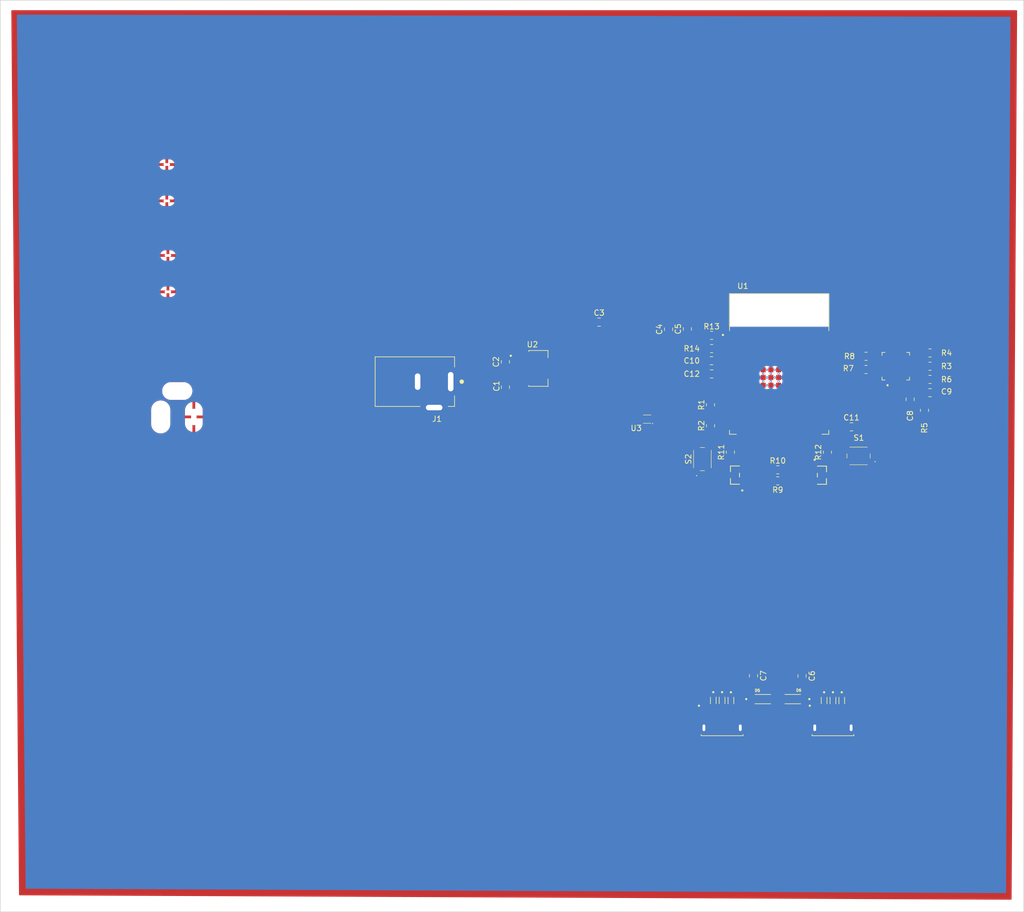
<source format=kicad_pcb>
(kicad_pcb (version 20221018) (generator pcbnew)
  (layers (0 "F.Cu" signal) (31 "B.Cu" signal) (34 "B.Paste" user) (35 "F.Paste" user) (36 "B.SilkS" user "B.Silkscreen") (37 "F.SilkS" user "F.Silkscreen") (38 "B.Mask" user) (39 "F.Mask" user) (44 "Edge.Cuts" user))
  (net 0 "")
  (net 1 "+12V")
  (net 2 "GND")
  (net 3 "+3.3V")
  (net 4 "Net-(C6-Pad1)")
  (net 5 "Net-(C7-Pad1)")
  (net 6 "Net-(U4-VBUS)")
  (net 7 "CHIP_PU")
  (net 8 "IO0")
  (net 9 "USB_DP")
  (net 10 "USB_DN")
  (net 11 "IO20")
  (net 12 "IO19")
  (net 13 "VBUS")
  (net 17 "Net-(U1-IO8)")
  (net 18 "Net-(U1-IO9)")
  (net 19 "Net-(U4-~{RST})")
  (net 20 "Net-(U4-~{SUSPEND})")
  (net 21 "Net-(U4-TXD)")
  (net 22 "U0RXD")
  (net 23 "Net-(U4-RXD)")
  (net 24 "U0TXD")
  (net 25 "DTR")
  (net 26 "Net-(U5-BASE)")
  (net 27 "RTS")
  (net 28 "Net-(U6-BASE)")
  (net 29 "Net-(U5-COLLECTOR)")
  (net 30 "Net-(U6-COLLECTOR)")
  (net 31 "ESP_3V3")
  (footprint "Resistor_SMD:R_0805_2012Metric_Pad1.20x1.40mm_HandSolder" (layer "F.Cu") (at 143 59.6 180)
    (fp_text reference "R7" (at 3.2 0.2) (layer "F.SilkS"))
    (fp_text value "0" hide)
    (fp_line (start -0.227064 -0.735) (end 0.227064 -0.735) (stroke (width 0.12)) (layer "F.SilkS"))
    (fp_line (start -0.227064 0.735) (end 0.227064 0.735) (stroke (width 0.12)) (layer "F.SilkS"))
    (pad "1" smd roundrect (at -1 0 180) (size 1.2 1.4) (layers "F.Cu" "F.Paste" "F.Mask") (roundrect_rratio 0.208333) (net 21 "Net-(U4-TXD)"))
    (pad "2" smd roundrect (at 1 0 180) (size 1.2 1.4) (layers "F.Cu" "F.Paste" "F.Mask") (roundrect_rratio 0.208333) (net 22 "U0RXD"))
  )
  (footprint "ECE445:SOT-23_ONS" (layer "F.Cu") (at 119.2348 78.7525 90)
    (fp_text reference "U5" hide)
    (fp_text value "L8050QLT1G" hide)
    (fp_line (start -1.651 -0.8255) (end -1.651 0.8255) (stroke (width 0.1524)) (layer "F.SilkS"))
    (fp_line (start -0.61214 -0.8255) (end -1.651 -0.8255) (stroke (width 0.1524)) (layer "F.SilkS"))
    (fp_line (start -0.34036 0.8255) (end 0.34036 0.8255) (stroke (width 0.1524)) (layer "F.SilkS"))
    (fp_line (start 1.651 -0.8255) (end 0.61214 -0.8255) (stroke (width 0.1524)) (layer "F.SilkS"))
    (fp_line (start 1.651 0.8255) (end 1.651 -0.8255) (stroke (width 0.1524)) (layer "F.SilkS"))
    (fp_circle (center -2.794 1.3208) (end -2.667 1.3208) (stroke (width 0.1524)) (fill none) (layer "F.SilkS"))
    (pad "1" smd rect (at -0.9525 0.9652 90) (size 0.5588 1.4224) (layers "F.Cu" "F.Paste" "F.Mask") (net 26 "Net-(U5-BASE)"))
    (pad "2" smd rect (at 0.9525 0.9652 90) (size 0.5588 1.4224) (layers "F.Cu" "F.Paste" "F.Mask") (net 27 "RTS"))
    (pad "3" smd rect (at 0 -0.9652 90) (size 0.5588 1.4224) (layers "F.Cu" "F.Paste" "F.Mask") (net 29 "Net-(U5-COLLECTOR)"))
  )
  (footprint "Capacitor_SMD:C_0805_2012Metric_Pad1.18x1.45mm_HandSolder" (layer "F.Cu") (at 151 65 -90)
    (fp_text reference "C8" (at 3 0 90) (layer "F.SilkS"))
    (fp_text value "10uF" hide)
    (fp_line (start -0.261252 -0.735) (end 0.261252 -0.735) (stroke (width 0.12)) (layer "F.SilkS"))
    (fp_line (start -0.261252 0.735) (end 0.261252 0.735) (stroke (width 0.12)) (layer "F.SilkS"))
    (pad "1" smd roundrect (at -1.0375 0 270) (size 1.175 1.45) (layers "F.Cu" "F.Paste" "F.Mask") (roundrect_rratio 0.212766) (net 3 "+3.3V"))
    (pad "2" smd roundrect (at 1.0375 0 270) (size 1.175 1.45) (layers "F.Cu" "F.Paste" "F.Mask") (roundrect_rratio 0.212766) (net 2 "GND"))
  )
  (footprint "Resistor_SMD:R_0805_2012Metric_Pad1.20x1.40mm_HandSolder" (layer "F.Cu") (at 154.6 61.4 180)
    (fp_text reference "R6" (at -3 0) (layer "F.SilkS"))
    (fp_text value "47500" hide)
    (fp_line (start -0.227064 -0.735) (end 0.227064 -0.735) (stroke (width 0.12)) (layer "F.SilkS"))
    (fp_line (start -0.227064 0.735) (end 0.227064 0.735) (stroke (width 0.12)) (layer "F.SilkS"))
    (pad "1" smd roundrect (at -1 0 180) (size 1.2 1.4) (layers "F.Cu" "F.Paste" "F.Mask") (roundrect_rratio 0.208333) (net 2 "GND"))
    (pad "2" smd roundrect (at 1 0 180) (size 1.2 1.4) (layers "F.Cu" "F.Paste" "F.Mask") (roundrect_rratio 0.208333) (net 6 "Net-(U4-VBUS)"))
  )
  (footprint "ECE445:SOT-23_ONS" (layer "F.Cu") (at 135 78.7715 -90)
    (fp_text reference "U6" hide)
    (fp_text value "L8050QLT1G" hide)
    (fp_line (start -1.651 -0.8255) (end -1.651 0.8255) (stroke (width 0.1524)) (layer "F.SilkS"))
    (fp_line (start -0.61214 -0.8255) (end -1.651 -0.8255) (stroke (width 0.1524)) (layer "F.SilkS"))
    (fp_line (start -0.34036 0.8255) (end 0.34036 0.8255) (stroke (width 0.1524)) (layer "F.SilkS"))
    (fp_line (start 1.651 -0.8255) (end 0.61214 -0.8255) (stroke (width 0.1524)) (layer "F.SilkS"))
    (fp_line (start 1.651 0.8255) (end 1.651 -0.8255) (stroke (width 0.1524)) (layer "F.SilkS"))
    (fp_circle (center -2.794 1.3208) (end -2.667 1.3208) (stroke (width 0.1524)) (fill none) (layer "F.SilkS"))
    (pad "1" smd rect (at -0.9525 0.9652 270) (size 0.5588 1.4224) (layers "F.Cu" "F.Paste" "F.Mask") (net 28 "Net-(U6-BASE)"))
    (pad "2" smd rect (at 0.9525 0.9652 270) (size 0.5588 1.4224) (layers "F.Cu" "F.Paste" "F.Mask") (net 25 "DTR"))
    (pad "3" smd rect (at 0 -0.9652 270) (size 0.5588 1.4224) (layers "F.Cu" "F.Paste" "F.Mask") (net 30 "Net-(U6-COLLECTOR)"))
  )
  (footprint "Resistor_SMD:R_0805_2012Metric_Pad1.20x1.40mm_HandSolder" (layer "F.Cu") (at 115 53.4 180)
    (fp_text reference "R13" (at 0 1.6) (layer "F.SilkS"))
    (fp_text value "0")
    (fp_line (start -0.227064 -0.735) (end 0.227064 -0.735) (stroke (width 0.12)) (layer "F.SilkS"))
    (fp_line (start -0.227064 0.735) (end 0.227064 0.735) (stroke (width 0.12)) (layer "F.SilkS"))
    (pad "1" smd roundrect (at -1 0 180) (size 1.2 1.4) (layers "F.Cu" "F.Paste" "F.Mask") (roundrect_rratio 0.208333) (net 31 "ESP_3V3"))
    (pad "2" smd roundrect (at 1 0 180) (size 1.2 1.4) (layers "F.Cu" "F.Paste" "F.Mask") (roundrect_rratio 0.208333) (net 3 "+3.3V"))
  )
  (footprint "ECE445:PTS815 SJG 250 SMTR LFS" (layer "F.Cu") (at 141.65 75.275 180)
    (fp_text reference "S1" (at -0.05 3.275) (layer "F.SilkS"))
    (fp_text value "PTS815_SJG_250_SMTR_LFS" hide)
    (fp_line (start -2.1 -0.4) (end -2.1 0.4) (stroke (width 0.1)) (layer "F.SilkS"))
    (fp_line (start -1.6 -1.6) (end 1.6 -1.6) (stroke (width 0.1)) (layer "F.SilkS"))
    (fp_line (start 1.6 1.6) (end -1.6 1.6) (stroke (width 0.1)) (layer "F.SilkS"))
    (fp_line (start 2.1 -0.4) (end 2.1 0.4) (stroke (width 0.1)) (layer "F.SilkS"))
    (fp_arc (start -3 -1.1) (mid -2.95 -1.05) (end -3 -1) (stroke (width 0.1)) (layer "F.SilkS"))
    (fp_arc (start -3 -1) (mid -3.05 -1.05) (end -3 -1.1) (stroke (width 0.1)) (layer "F.SilkS"))
    (pad "1" smd rect (at -2.25 -1.075 180) (size 1 0.7) (layers "F.Cu" "F.Paste" "F.Mask") (net 2 "GND"))
    (pad "2" smd rect (at 2.25 -1.075 180) (size 1 0.7) (layers "F.Cu" "F.Paste" "F.Mask"))
    (pad "3" smd rect (at -2.25 1.075 180) (size 1 0.7) (layers "F.Cu" "F.Paste" "F.Mask"))
    (pad "4" smd rect (at 2.25 1.075 180) (size 1 0.7) (layers "F.Cu" "F.Paste" "F.Mask") (net 8 "IO0"))
  )
  (footprint "Capacitor_SMD:C_0805_2012Metric_Pad1.18x1.45mm_HandSolder" (layer "F.Cu") (at 77.6 62.8 -90)
    (fp_text reference "C1" (at -0.2 1.6 90) (layer "F.SilkS"))
    (fp_text value "1uF" hide)
    (fp_line (start -0.261252 -0.735) (end 0.261252 -0.735) (stroke (width 0.12)) (layer "F.SilkS"))
    (fp_line (start -0.261252 0.735) (end 0.261252 0.735) (stroke (width 0.12)) (layer "F.SilkS"))
    (pad "1" smd roundrect (at -1.0375 0 270) (size 1.175 1.45) (layers "F.Cu" "F.Paste" "F.Mask") (roundrect_rratio 0.212766) (net 1 "+12V"))
    (pad "2" smd roundrect (at 1.0375 0 270) (size 1.175 1.45) (layers "F.Cu" "F.Paste" "F.Mask") (roundrect_rratio 0.212766) (net 2 "GND"))
  )
  (footprint "Resistor_SMD:R_0805_2012Metric_Pad1.20x1.40mm_HandSolder" (layer "F.Cu") (at 114.8 66 90)
    (fp_text reference "R1" (at 0 -1.65 90) (layer "F.SilkS"))
    (fp_text value "10000")
    (fp_line (start -0.227064 -0.735) (end 0.227064 -0.735) (stroke (width 0.12)) (layer "F.SilkS"))
    (fp_line (start -0.227064 0.735) (end 0.227064 0.735) (stroke (width 0.12)) (layer "F.SilkS"))
    (pad "1" smd roundrect (at -1 0 90) (size 1.2 1.4) (layers "F.Cu" "F.Paste" "F.Mask") (roundrect_rratio 0.208333) (net 17 "Net-(U1-IO8)"))
    (pad "2" smd roundrect (at 1 0 90) (size 1.2 1.4) (layers "F.Cu" "F.Paste" "F.Mask") (roundrect_rratio 0.208333) (net 3 "+3.3V"))
  )
  (footprint "ECE445:LDL1117S33R-SnapEDA" (layer "F.Cu") (at 83.585 59.4)
    (fp_text reference "U2" (at -1.08 -4.335) (layer "F.SilkS"))
    (fp_text value "LDL1117S33R-SnapEDA")
    (fp_line (start -1.75 -3.25) (end -1.75 -3.085) (stroke (width 0.127)) (layer "F.SilkS"))
    (fp_line (start -1.75 3.25) (end -1.75 3.085) (stroke (width 0.127)) (layer "F.SilkS"))
    (fp_line (start -1.75 3.25) (end 1.75 3.25) (stroke (width 0.127)) (layer "F.SilkS"))
    (fp_line (start 1.75 -3.25) (end -1.75 -3.25) (stroke (width 0.127)) (layer "F.SilkS"))
    (fp_line (start 1.75 -1.935) (end 1.75 -3.25) (stroke (width 0.127)) (layer "F.SilkS"))
    (fp_line (start 1.75 3.25) (end 1.75 1.935) (stroke (width 0.127)) (layer "F.SilkS"))
    (fp_circle (center -5.005 -2.3) (end -4.905 -2.3) (stroke (width 0.2)) (fill none) (layer "F.SilkS"))
    (pad "1" smd roundrect (at -3.015 -2.3) (size 1.98 0.93) (layers "F.Cu" "F.Paste" "F.Mask") (roundrect_rratio 0.12) (net 2 "GND"))
    (pad "2" smd roundrect (at -3.015 0) (size 1.98 0.93) (layers "F.Cu" "F.Paste" "F.Mask") (roundrect_rratio 0.12) (net 3 "+3.3V"))
    (pad "3" smd roundrect (at -3.015 2.3) (size 1.98 0.93) (layers "F.Cu" "F.Paste" "F.Mask") (roundrect_rratio 0.12) (net 1 "+12V"))
    (pad "4" smd roundrect (at 3.015 0) (size 1.98 3.23) (layers "F.Cu" "F.Paste" "F.Mask") (roundrect_rratio 0.4) (net 3 "+3.3V"))
  )
  (footprint "Capacitor_SMD:C_0805_2012Metric_Pad1.18x1.45mm_HandSolder" (layer "F.Cu") (at 114.9625 58 180)
    (fp_text reference "C10" (at 3.5625 0) (layer "F.SilkS"))
    (fp_text value "1uF")
    (fp_line (start -0.261252 -0.735) (end 0.261252 -0.735) (stroke (width 0.12)) (layer "F.SilkS"))
    (fp_line (start -0.261252 0.735) (end 0.261252 0.735) (stroke (width 0.12)) (layer "F.SilkS"))
    (pad "1" smd roundrect (at -1.0375 0 180) (size 1.175 1.45) (layers "F.Cu" "F.Paste" "F.Mask") (roundrect_rratio 0.212766) (net 7 "CHIP_PU"))
    (pad "2" smd roundrect (at 1.0375 0 180) (size 1.175 1.45) (layers "F.Cu" "F.Paste" "F.Mask") (roundrect_rratio 0.212766) (net 2 "GND"))
  )
  (footprint "Capacitor_SMD:C_0805_2012Metric_Pad1.18x1.45mm_HandSolder" (layer "F.Cu") (at 77.6 58.2 90)
    (fp_text reference "C2" (at 0 -1.68 90) (layer "F.SilkS"))
    (fp_text value "4.7uF" hide)
    (fp_line (start -0.261252 -0.735) (end 0.261252 -0.735) (stroke (width 0.12)) (layer "F.SilkS"))
    (fp_line (start -0.261252 0.735) (end 0.261252 0.735) (stroke (width 0.12)) (layer "F.SilkS"))
    (pad "1" smd roundrect (at -1.0375 0 90) (size 1.175 1.45) (layers "F.Cu" "F.Paste" "F.Mask") (roundrect_rratio 0.212766) (net 3 "+3.3V"))
    (pad "2" smd roundrect (at 1.0375 0 90) (size 1.175 1.45) (layers "F.Cu" "F.Paste" "F.Mask") (roundrect_rratio 0.212766) (net 2 "GND"))
  )
  (footprint "ECE445:LESD5D5_0CT1G" (layer "F.Cu") (at 138.6 119.66 -90)
    (fp_text reference "D1" hide)
    (fp_text value "LESD5D5.0CT1G" hide)
    (fp_line (start -0.6 -0.52) (end 0.6 -0.52) (stroke (width 0.127)) (layer "F.SilkS"))
    (fp_line (start 0.6 0.52) (end -0.6 0.52) (stroke (width 0.127)) (layer "F.SilkS"))
    (fp_circle (center -1.5 0) (end -1.4 0) (stroke (width 0.2)) (fill none) (layer "F.SilkS"))
    (pad "1" smd rect (at -0.66 0 270) (size 0.48 0.4) (layers "F.Cu" "F.Paste" "F.Mask") (net 2 "GND"))
    (pad "2" smd rect (at 0.66 0 270) (size 0.48 0.4) (layers "F.Cu" "F.Paste" "F.Mask") (net 9 "USB_DP"))
  )
  (footprint "Resistor_SMD:R_0805_2012Metric_Pad1.20x1.40mm_HandSolder" (layer "F.Cu") (at 154.6 59 180)
    (fp_text reference "R3" (at -3 0) (layer "F.SilkS"))
    (fp_text value "1000" hide)
    (fp_line (start -0.227064 -0.735) (end 0.227064 -0.735) (stroke (width 0.12)) (layer "F.SilkS"))
    (fp_line (start -0.227064 0.735) (end 0.227064 0.735) (stroke (width 0.12)) (layer "F.SilkS"))
    (pad "1" smd roundrect (at -1 0 180) (size 1.2 1.4) (layers "F.Cu" "F.Paste" "F.Mask") (roundrect_rratio 0.208333) (net 3 "+3.3V"))
    (pad "2" smd roundrect (at 1 0 180) (size 1.2 1.4) (layers "F.Cu" "F.Paste" "F.Mask") (roundrect_rratio 0.208333) (net 19 "Net-(U4-~{RST})"))
  )
  (footprint "ECE445:PTS815 SJG 250 SMTR LFS" (layer "F.Cu") (at 113.325 75.85 90)
    (fp_text reference "S2" (at 0 -2.54 90) (layer "F.SilkS"))
    (fp_text value "PTS815_SJG_250_SMTR_LFS" hide)
    (fp_line (start -2.1 -0.4) (end -2.1 0.4) (stroke (width 0.1)) (layer "F.SilkS"))
    (fp_line (start -1.6 -1.6) (end 1.6 -1.6) (stroke (width 0.1)) (layer "F.SilkS"))
    (fp_line (start 1.6 1.6) (end -1.6 1.6) (stroke (width 0.1)) (layer "F.SilkS"))
    (fp_line (start 2.1 -0.4) (end 2.1 0.4) (stroke (width 0.1)) (layer "F.SilkS"))
    (fp_arc (start -3 -1.1) (mid -2.95 -1.05) (end -3 -1) (stroke (width 0.1)) (layer "F.SilkS"))
    (fp_arc (start -3 -1) (mid -3.05 -1.05) (end -3 -1.1) (stroke (width 0.1)) (layer "F.SilkS"))
    (pad "1" smd rect (at -2.25 -1.075 90) (size 1 0.7) (layers "F.Cu" "F.Paste" "F.Mask") (net 2 "GND"))
    (pad "2" smd rect (at 2.25 -1.075 90) (size 1 0.7) (layers "F.Cu" "F.Paste" "F.Mask"))
    (pad "3" smd rect (at -2.25 1.075 90) (size 1 0.7) (layers "F.Cu" "F.Paste" "F.Mask"))
    (pad "4" smd rect (at 2.25 1.075 90) (size 1 0.7) (layers "F.Cu" "F.Paste" "F.Mask") (net 7 "CHIP_PU"))
  )
  (footprint "ECE445:ESP32-S3-WROOM-1-N8-SnapEDA" (layer "F.Cu") (at 127.25 58.59)
    (fp_text reference "U1" (at -6.575 -14.135) (layer "F.SilkS"))
    (fp_text value "ESP32-S3-WROOM-1-N8" hide)
    (fp_line (start -9 -12.75) (end 9 -12.75) (stroke (width 0.127)) (layer "F.SilkS"))
    (fp_line (start -9 -6.03) (end -9 -12.75) (stroke (width 0.127)) (layer "F.SilkS"))
    (fp_line (start -9 12.02) (end -9 12.75) (stroke (width 0.127)) (layer "F.SilkS"))
    (fp_line (start -9 12.75) (end -7.755 12.75) (stroke (width 0.127)) (layer "F.SilkS"))
    (fp_line (start 9 -12.75) (end 9 -6.03) (stroke (width 0.127)) (layer "F.SilkS"))
    (fp_line (start 9 12.02) (end 9 12.75) (stroke (width 0.127)) (layer "F.SilkS"))
    (fp_line (start 9 12.75) (end 7.755 12.75) (stroke (width 0.127)) (layer "F.SilkS"))
    (fp_circle (center -10.2 -5.26) (end -10.1 -5.26) (stroke (width 0.2)) (fill none) (layer "F.SilkS"))
    (pad "1" smd rect (at -8.75 -5.26) (size 1.5 0.9) (layers "F.Cu" "F.Paste" "F.Mask") (net 2 "GND"))
    (pad "2" smd rect (at -8.75 -3.99) (size 1.5 0.9) (layers "F.Cu" "F.Paste" "F.Mask") (net 31 "ESP_3V3"))
    (pad "3" smd rect (at -8.75 -2.72) (size 1.5 0.9) (layers "F.Cu" "F.Paste" "F.Mask") (net 7 "CHIP_PU"))
    (pad "4" smd rect (at -8.75 -1.45) (size 1.5 0.9) (layers "F.Cu" "F.Paste" "F.Mask"))
    (pad "5" smd rect (at -8.75 -0.18) (size 1.5 0.9) (layers "F.Cu" "F.Paste" "F.Mask"))
    (pad "6" smd rect (at -8.75 1.09) (size 1.5 0.9) (layers "F.Cu" "F.Paste" "F.Mask"))
    (pad "7" smd rect (at -8.75 2.36) (size 1.5 0.9) (layers "F.Cu" "F.Paste" "F.Mask"))
    (pad "8" smd rect (at -8.75 3.63) (size 1.5 0.9) (layers "F.Cu" "F.Paste" "F.Mask"))
    (pad "9" smd rect (at -8.75 4.9) (size 1.5 0.9) (layers "F.Cu" "F.Paste" "F.Mask"))
    (pad "10" smd rect (at -8.75 6.17) (size 1.5 0.9) (layers "F.Cu" "F.Paste" "F.Mask"))
    (pad "11" smd rect (at -8.75 7.44) (size 1.5 0.9) (layers "F.Cu" "F.Paste" "F.Mask"))
    (pad "12" smd rect (at -8.75 8.71) (size 1.5 0.9) (layers "F.Cu" "F.Paste" "F.Mask") (net 17 "Net-(U1-IO8)"))
    (pad "13" smd rect (at -8.75 9.98) (size 1.5 0.9) (layers "F.Cu" "F.Paste" "F.Mask") (net 12 "IO19"))
    (pad "14" smd rect (at -8.75 11.25) (size 1.5 0.9) (layers "F.Cu" "F.Paste" "F.Mask") (net 11 "IO20"))
    (pad "15" smd rect (at -6.985 12.5) (size 0.9 1.5) (layers "F.Cu" "F.Paste" "F.Mask"))
    (pad "16" smd rect (at -5.715 12.5) (size 0.9 1.5) (layers "F.Cu" "F.Paste" "F.Mask"))
    (pad "17" smd rect (at -4.445 12.5) (size 0.9 1.5) (layers "F.Cu" "F.Paste" "F.Mask") (net 18 "Net-(U1-IO9)"))
    (pad "18" smd rect (at -3.175 12.5) (size 0.9 1.5) (layers "F.Cu" "F.Paste" "F.Mask"))
    (pad "19" smd rect (at -1.905 12.5) (size 0.9 1.5) (layers "F.Cu" "F.Paste" "F.Mask"))
    (pad "20" smd rect (at -0.635 12.5) (size 0.9 1.5) (layers "F.Cu" "F.Paste" "F.Mask"))
    (pad "21" smd rect (at 0.635 12.5) (size 0.9 1.5) (layers "F.Cu" "F.Paste" "F.Mask"))
    (pad "22" smd rect (at 1.905 12.5) (size 0.9 1.5) (layers "F.Cu" "F.Paste" "F.Mask"))
    (pad "23" smd rect (at 3.175 12.5) (size 0.9 1.5) (layers "F.Cu" "F.Paste" "F.Mask"))
    (pad "24" smd rect (at 4.445 12.5) (size 0.9 1.5) (layers "F.Cu" "F.Paste" "F.Mask"))
    (pad "25" smd rect (at 5.715 12.5) (size 0.9 1.5) (layers "F.Cu" "F.Paste" "F.Mask"))
    (pad "26" smd rect (at 6.985 12.5) (size 0.9 1.5) (layers "F.Cu" "F.Paste" "F.Mask"))
    (pad "27" smd rect (at 8.75 11.25) (size 1.5 0.9) (layers "F.Cu" "F.Paste" "F.Mask") (net 8 "IO0"))
    (pad "28" smd rect (at 8.75 9.98) (size 1.5 0.9) (layers "F.Cu" "F.Paste" "F.Mask"))
    (pad "29" smd rect (at 8.75 8.71) (size 1.5 0.9) (layers "F.Cu" "F.Paste" "F.Mask"))
    (pad "30" smd rect (at 8.75 7.44) (size 1.5 0.9) (layers "F.Cu" "F.Paste" "F.Mask"))
    (pad "31" smd rect (at 8.75 6.17) (size 1.5 0.9) (layers "F.Cu" "F.Paste" "F.Mask"))
    (pad "32" smd rect (at 8.75 4.9) (size 1.5 0.9) (layers "F.Cu" "F.Paste" "F.Mask"))
    (pad "33" smd rect (at 8.75 3.63) (size 1.5 0.9) (layers "F.Cu" "F.Paste" "F.Mask"))
    (pad "34" smd rect (at 8.75 2.36) (size 1.5 0.9) (layers "F.Cu" "F.Paste" "F.Mask"))
    (pad "35" smd rect (at 8.75 1.09) (size 1.5 0.9) (layers "F.Cu" "F.Paste" "F.Mask"))
    (pad "36" smd rect (at 8.75 -0.18) (size 1.5 0.9) (layers "F.Cu" "F.Paste" "F.Mask") (net 22 "U0RXD"))
    (pad "37" smd rect (at 8.75 -1.45) (size 1.5 0.9) (layers "F.Cu" "F.Paste" "F.Mask") (net 24 "U0TXD"))
    (pad "38" smd rect (at 8.75 -2.72) (size 1.5 0.9) (layers "F.Cu" "F.Paste" "F.Mask"))
    (pad "39" smd rect (at 8.75 -3.99) (size 1.5 0.9) (layers "F.Cu" "F.Paste" "F.Mask"))
    (pad "40" smd rect (at 8.75 -5.26) (size 1.5 0.9) (layers "F.Cu" "F.Paste" "F.Mask") (net 2 "GND"))
    (pad "41_1" smd rect (at -1.5 2.46) (size 0.9 0.9) (layers "F.Cu" "F.Paste" "F.Mask") (net 2 "GND"))
    (pad "41_2" smd rect (at -2.9 2.46) (size 0.9 0.9) (layers "F.Cu" "F.Paste" "F.Mask") (net 2 "GND"))
    (pad "41_3" smd rect (at -0.1 2.46) (size 0.9 0.9) (layers "F.Cu" "F.Paste" "F.Mask") (net 2 "GND"))
    (pad "41_4" smd rect (at -2.9 3.86) (size 0.9 0.9) (layers "F.Cu" "F.Paste" "F.Mask") (net 2 "GND"))
    (pad "41_5" smd rect (at -1.5 3.86) (size 0.9 0.9) (layers "F.Cu" "F.Paste" "F.Mask") (net 2 "GND"))
    (pad "41_6" smd rect (at -0.1 3.86) (size 0.9 0.9) (layers "F.Cu" "F.Paste" "F.Mask") (net 2 "GND"))
    (pad "41_7" smd rect (at -2.9 1.06) (size 0.9 0.9) (layers "F.Cu" "F.Paste" "F.Mask") (net 2 "GND"))
    (pad "41_8" smd rect (at -1.5 1.06) (size 0.9 0.9) (layers "F.Cu" "F.Paste" "F.Mask") (net 2 "GND"))
    (pad "41_9" smd rect (at -0.1 1.06) (size 0.9 0.9) (layers "F.Cu" "F.Paste" "F.Mask") (net 2 "GND"))
    (pad "41_10" thru_hole circle (at -1.5 1.76) (size 0.4 0.4) (drill 0.2) (layers "*.Cu"))
    (pad "41_11" thru_hole circle (at -2.9 1.76) (size 0.4 0.4) (drill 0.2) (layers "*.Cu"))
    (pad "41_12" thru_hole circle (at -0.1 1.76) (size 0.4 0.4) (drill 0.2) (layers "*.Cu"))
    (pad "41_13" thru_hole circle (at -2.9 3.16) (size 0.4 0.4) (drill 0.2) (layers "*.Cu"))
    (pad "41_14" thru_hole circle (at -1.5 3.16) (size 0.4 0.4) (drill 0.2) (layers "*.Cu"))
    (pad "41_15" thru_hole circle (at -0.1 3.16) (size 0.4 0.4) (drill 0.2) (layers "*.Cu"))
    (pad "41_16" thru_hole circle (at -2.2 1.06) (size 0.4 0.4) (drill 0.2) (layers "*.Cu"))
    (pad "41_17" thru_hole circle (at -0.8 1.06) (size 0.4 0.4) (drill 0.2) (layers "*.Cu"))
    (pad "41_18" thru_hole circle (at -2.2 2.46) (size 0.4 0.4) (drill 0.2) (layers "*.Cu"))
    (pad "41_19" thru_hole circle (at -0.8 2.46) (size 0.4 0.4) (drill 0.2) (layers "*.Cu"))
    (pad "41_20" thru_hole circle (at -2.2 3.86) (size 0.4 0.4) (drill 0.2) (layers "*.Cu"))
    (pad "41_21" thru_hole circle (at -0.8 3.86) (size 0.4 0.4) (drill 0.2) (layers "*.Cu"))
    (zone (net 0) (net_name "") (layer "F.Cu") (connect_pads (clearance 0)) (min_thickness 0.01)
      (keepout (tracks not_allowed) (vias not_allowed) (pads not_allowed) (copperpour not_allowed) (footprints allowed))
      (fill (thermal_gap 0.508) (thermal_bridge_width 0.508))
      (polygon (pts (xy 118.25 45.84) (xy 136.25 45.84) (xy 136.25 51.84) (xy 118.25 51.84)))
    )
    (zone (net 0) (net_name "") (layer "B.Cu") (connect_pads (clearance 0)) (min_thickness 0.01)
      (keepout (tracks not_allowed) (vias not_allowed) (pads not_allowed) (copperpour not_allowed) (footprints allowed))
      (fill (thermal_gap 0.508) (thermal_bridge_width 0.508))
      (polygon (pts (xy 118.25 45.84) (xy 136.25 45.84) (xy 136.25 51.84) (xy 118.25 51.84)))
    )
  )
  (footprint "Resistor_SMD:R_0805_2012Metric_Pad1.20x1.40mm_HandSolder" (layer "F.Cu") (at 127 77.8)
    (fp_text reference "R10" (at 0 -1.65) (layer "F.SilkS"))
    (fp_text value "10000" hide)
    (fp_line (start -0.227064 -0.735) (end 0.227064 -0.735) (stroke (width 0.12)) (layer "F.SilkS"))
    (fp_line (start -0.227064 0.735) (end 0.227064 0.735) (stroke (width 0.12)) (layer "F.SilkS"))
    (pad "1" smd roundrect (at -1 0) (size 1.2 1.4) (layers "F.Cu" "F.Paste" "F.Mask") (roundrect_rratio 0.208333) (net 27 "RTS"))
    (pad "2" smd roundrect (at 1 0) (size 1.2 1.4) (layers "F.Cu" "F.Paste" "F.Mask") (roundrect_rratio 0.208333) (net 28 "Net-(U6-BASE)"))
  )
  (footprint "Capacitor_SMD:C_0805_2012Metric_Pad1.18x1.45mm_HandSolder" (layer "F.Cu") (at 107.2 52.3 90)
    (fp_text reference "C4" (at 0 -1.68 90) (layer "F.SilkS"))
    (fp_text value "10uF")
    (fp_line (start -0.261252 -0.735) (end 0.261252 -0.735) (stroke (width 0.12)) (layer "F.SilkS"))
    (fp_line (start -0.261252 0.735) (end 0.261252 0.735) (stroke (width 0.12)) (layer "F.SilkS"))
    (pad "1" smd roundrect (at -1.0375 0 90) (size 1.175 1.45) (layers "F.Cu" "F.Paste" "F.Mask") (roundrect_rratio 0.212766) (net 3 "+3.3V"))
    (pad "2" smd roundrect (at 1.0375 0 90) (size 1.175 1.45) (layers "F.Cu" "F.Paste" "F.Mask") (roundrect_rratio 0.212766) (net 2 "GND"))
  )
  (footprint "ECE445:PJ-202AH" (layer "F.Cu") (at 61.185 61.8 180)
    (fp_text reference "J1" (at -4.01529 -6.76551) (layer "F.SilkS") (effects (font (size 1.000079 1.000079))))
    (fp_text value "PJ-202AH")
    (fp_line (start -7.2 -4.5) (end -6.05 -4.5) (stroke (width 0.127)) (layer "F.SilkS"))
    (fp_line (start -7.2 -2.55) (end -7.2 -4.5) (stroke (width 0.127)) (layer "F.SilkS"))
    (fp_line (start -7.2 4.5) (end -7.2 2.65) (stroke (width 0.127)) (layer "F.SilkS"))
    (fp_line (start -0.95 -4.5) (end 7.2 -4.5) (stroke (width 0.127)) (layer "F.SilkS"))
    (fp_line (start 7.2 -4.5) (end 7.2 4.5) (stroke (width 0.127)) (layer "F.SilkS"))
    (fp_line (start 7.2 4.5) (end -7.2 4.5) (stroke (width 0.127)) (layer "F.SilkS"))
    (fp_circle (center -8.5 0) (end -8.3 0) (stroke (width 0.4)) (fill none) (layer "F.SilkS"))
    (pad "1" thru_hole oval (at -6.5 0 180) (size 2.5 5) (drill oval 1 3.5) (layers "*.Cu" "*.Mask") (net 1 "+12V"))
    (pad "2" thru_hole oval (at -0.5 0 180) (size 2.25 4.5) (drill oval 1 3) (layers "*.Cu" "*.Mask") (net 2 "GND"))
    (pad "3" thru_hole oval (at -3.5 -4.7 180) (size 4.5 2.25) (drill oval 3 1) (layers "*.Cu" "*.Mask"))
  )
  (footprint "Resistor_SMD:R_0805_2012Metric_Pad1.20x1.40mm_HandSolder" (layer "F.Cu") (at 118.4 74.6 90)
    (fp_text reference "R11" (at 0 -1.65 90) (layer "F.SilkS"))
    (fp_text value "0" hide)
    (fp_line (start -0.227064 -0.735) (end 0.227064 -0.735) (stroke (width 0.12)) (layer "F.SilkS"))
    (fp_line (start -0.227064 0.735) (end 0.227064 0.735) (stroke (width 0.12)) (layer "F.SilkS"))
    (pad "1" smd roundrect (at -1 0 90) (size 1.2 1.4) (layers "F.Cu" "F.Paste" "F.Mask") (roundrect_rratio 0.208333) (net 29 "Net-(U5-COLLECTOR)"))
    (pad "2" smd roundrect (at 1 0 90) (size 1.2 1.4) (layers "F.Cu" "F.Paste" "F.Mask") (roundrect_rratio 0.208333) (net 7 "CHIP_PU"))
  )
  (footprint "ECE445:SHT45-AD1B-R3" (layer "F.Cu") (at 103.3 68.6 180)
    (fp_text reference "U3" (at 1.975 -1.635) (layer "F.SilkS"))
    (fp_text value "SHT45-AD1B-R3")
    (fp_line (start -0.7 -0.75) (end 0.7 -0.75) (stroke (width 0.1)) (layer "F.SilkS"))
    (fp_line (start -0.7 0.75) (end 0.7 0.75) (stroke (width 0.1)) (layer "F.SilkS"))
    (fp_circle (center -1 -0.8) (end -0.95 -0.8) (stroke (width 0.1)) (fill none) (layer "F.SilkS"))
    (pad "1" smd rect (at -0.7 -0.4 180) (size 0.5 0.3) (layers "F.Cu" "F.Paste" "F.Mask") (net 17 "Net-(U1-IO8)"))
    (pad "2" smd rect (at -0.7 0.4 180) (size 0.5 0.3) (layers "F.Cu" "F.Paste" "F.Mask") (net 18 "Net-(U1-IO9)"))
    (pad "3" smd rect (at 0.7 0.4 180) (size 0.5 0.3) (layers "F.Cu" "F.Paste" "F.Mask") (net 3 "+3.3V"))
    (pad "4" smd rect (at 0.7 -0.4 180) (size 0.5 0.3) (layers "F.Cu" "F.Paste" "F.Mask") (net 2 "GND"))
  )
  (footprint "Resistor_SMD:R_0805_2012Metric_Pad1.20x1.40mm_HandSolder" (layer "F.Cu") (at 114.8 69.8 90)
    (fp_text reference "R2" (at 0 -1.65 90) (layer "F.SilkS"))
    (fp_text value "10000")
    (fp_line (start -0.227064 -0.735) (end 0.227064 -0.735) (stroke (width 0.12)) (layer "F.SilkS"))
    (fp_line (start -0.227064 0.735) (end 0.227064 0.735) (stroke (width 0.12)) (layer "F.SilkS"))
    (pad "1" smd roundrect (at -1 0 90) (size 1.2 1.4) (layers "F.Cu" "F.Paste" "F.Mask") (roundrect_rratio 0.208333) (net 18 "Net-(U1-IO9)"))
    (pad "2" smd roundrect (at 1 0 90) (size 1.2 1.4) (layers "F.Cu" "F.Paste" "F.Mask") (roundrect_rratio 0.208333) (net 3 "+3.3V"))
  )
  (footprint "ECE445:LESD5D5_0CT1G" (layer "F.Cu") (at 118.5 119.66 -90)
    (fp_text reference "D3" hide)
    (fp_text value "LESD5D5.0CT1G" hide)
    (fp_line (start -0.6 -0.52) (end 0.6 -0.52) (stroke (width 0.127)) (layer "F.SilkS"))
    (fp_line (start 0.6 0.52) (end -0.6 0.52) (stroke (width 0.127)) (layer "F.SilkS"))
    (fp_circle (center -1.5 0) (end -1.4 0) (stroke (width 0.2)) (fill none) (layer "F.SilkS"))
    (pad "1" smd rect (at -0.66 0 270) (size 0.48 0.4) (layers "F.Cu" "F.Paste" "F.Mask") (net 2 "GND"))
    (pad "2" smd rect (at 0.66 0 270) (size 0.48 0.4) (layers "F.Cu" "F.Paste" "F.Mask") (net 11 "IO20"))
  )
  (footprint "ECE445:10118193-0001LF" (layer "F.Cu") (at 137 124.6)
    (fp_text reference "J2" hide)
    (fp_text value "10118193-0001LF" hide)
    (fp_line (start -3.8 1.45) (end -3.8 1.22) (stroke (width 0.127)) (layer "F.SilkS"))
    (fp_line (start -3.8 1.45) (end 3.8 1.45) (stroke (width 0.127)) (layer "F.SilkS"))
    (fp_line (start 3.8 1.45) (end 3.8 1.22) (stroke (width 0.127)) (layer "F.SilkS"))
    (fp_circle (center -4.2 -4) (end -4.1 -4) (stroke (width 0.2)) (fill none) (layer "F.SilkS"))
    (pad "1" smd rect (at -1.3 -2.675) (size 0.4 1.35) (layers "F.Cu" "F.Paste" "F.Mask") (net 13 "VBUS"))
    (pad "2" smd rect (at -0.65 -2.675) (size 0.4 1.35) (layers "F.Cu" "F.Paste" "F.Mask") (net 10 "USB_DN"))
    (pad "3" smd rect (at 0 -2.675) (size 0.4 1.35) (layers "F.Cu" "F.Paste" "F.Mask") (net 9 "USB_DP"))
    (pad "4" smd rect (at 0.65 -2.675) (size 0.4 1.35) (layers "F.Cu" "F.Paste" "F.Mask"))
    (pad "5" smd rect (at 1.3 -2.675) (size 0.4 1.35) (layers "F.Cu" "F.Paste" "F.Mask") (net 2 "GND"))
    (pad "S1" smd rect (at -3.2 -2.45) (size 1.6 1.4) (layers "F.Cu" "F.Paste" "F.Mask") (net 2 "GND"))
    (pad "S2" smd rect (at 3.2 -2.45) (size 1.6 1.4) (layers "F.Cu" "F.Paste" "F.Mask") (net 2 "GND"))
    (pad "S3" smd rect (at 1.2 0) (size 1.9 1.9) (layers "F.Cu" "F.Paste" "F.Mask") (net 2 "GND"))
    (pad "S4" smd rect (at -1.2 0) (size 1.9 1.9) (layers "F.Cu" "F.Paste" "F.Mask") (net 2 "GND"))
    (pad "S5" thru_hole oval (at -3.3 0) (size 0.9 1.8) (drill oval 0.5 1.2) (layers "*.Cu" "*.Mask") (net 2 "GND"))
    (pad "S6" thru_hole oval (at 3.3 0) (size 0.9 1.8) (drill oval 0.5 1.2) (layers "*.Cu" "*.Mask") (net 2 "GND"))
  )
  (footprint "ECE445:LESD5D5_0CT1G" (layer "F.Cu") (at 116.9 119.64 -90)
    (fp_text reference "D4" hide)
    (fp_text value "LESD5D5.0CT1G" hide)
    (fp_line (start -0.6 -0.52) (end 0.6 -0.52) (stroke (width 0.127)) (layer "F.SilkS"))
    (fp_line (start 0.6 0.52) (end -0.6 0.52) (stroke (width 0.127)) (layer "F.SilkS"))
    (fp_circle (center -1.5 0) (end -1.4 0) (stroke (width 0.2)) (fill none) (layer "F.SilkS"))
    (pad "1" smd rect (at -0.66 0 270) (size 0.48 0.4) (layers "F.Cu" "F.Paste" "F.Mask") (net 2 "GND"))
    (pad "2" smd rect (at 0.66 0 270) (size 0.48 0.4) (layers "F.Cu" "F.Paste" "F.Mask") (net 12 "IO19"))
  )
  (footprint "Capacitor_SMD:C_0805_2012Metric_Pad1.18x1.45mm_HandSolder" (layer "F.Cu") (at 115 60.4 180)
    (fp_text reference "C12" (at 3.6 0) (layer "F.SilkS"))
    (fp_text value "0.1uF")
    (fp_line (start -0.261252 -0.735) (end 0.261252 -0.735) (stroke (width 0.12)) (layer "F.SilkS"))
    (fp_line (start -0.261252 0.735) (end 0.261252 0.735) (stroke (width 0.12)) (layer "F.SilkS"))
    (pad "1" smd roundrect (at -1.0375 0 180) (size 1.175 1.45) (layers "F.Cu" "F.Paste" "F.Mask") (roundrect_rratio 0.212766) (net 7 "CHIP_PU"))
    (pad "2" smd roundrect (at 1.0375 0 180) (size 1.175 1.45) (layers "F.Cu" "F.Paste" "F.Mask") (roundrect_rratio 0.212766) (net 2 "GND"))
  )
  (footprint "Capacitor_SMD:C_0805_2012Metric_Pad1.18x1.45mm_HandSolder" (layer "F.Cu") (at 94.6 51)
    (fp_text reference "C3" (at 0 -1.68) (layer "F.SilkS"))
    (fp_text value "100nF")
    (fp_line (start -0.261252 -0.735) (end 0.261252 -0.735) (stroke (width 0.12)) (layer "F.SilkS"))
    (fp_line (start -0.261252 0.735) (end 0.261252 0.735) (stroke (width 0.12)) (layer "F.SilkS"))
    (pad "1" smd roundrect (at -1.0375 0) (size 1.175 1.45) (layers "F.Cu" "F.Paste" "F.Mask") (roundrect_rratio 0.212766) (net 2 "GND"))
    (pad "2" smd roundrect (at 1.0375 0) (size 1.175 1.45) (layers "F.Cu" "F.Paste" "F.Mask") (roundrect_rratio 0.212766) (net 3 "+3.3V"))
  )
  (footprint "Resistor_SMD:R_0805_2012Metric_Pad1.20x1.40mm_HandSolder" (layer "F.Cu") (at 127 79.8 180)
    (fp_text reference "R9" (at 0 -1.65) (layer "F.SilkS"))
    (fp_text value "10000" hide)
    (fp_line (start -0.227064 -0.735) (end 0.227064 -0.735) (stroke (width 0.12)) (layer "F.SilkS"))
    (fp_line (start -0.227064 0.735) (end 0.227064 0.735) (stroke (width 0.12)) (layer "F.SilkS"))
    (pad "1" smd roundrect (at -1 0 180) (size 1.2 1.4) (layers "F.Cu" "F.Paste" "F.Mask") (roundrect_rratio 0.208333) (net 25 "DTR"))
    (pad "2" smd roundrect (at 1 0 180) (size 1.2 1.4) (layers "F.Cu" "F.Paste" "F.Mask") (roundrect_rratio 0.208333) (net 26 "Net-(U5-BASE)"))
  )
  (footprint "Capacitor_SMD:C_0805_2012Metric_Pad1.18x1.45mm_HandSolder" (layer "F.Cu") (at 110.6 52.2375 90)
    (fp_text reference "C5" (at 0 -1.68 90) (layer "F.SilkS"))
    (fp_text value "0.1uF")
    (fp_line (start -0.261252 -0.735) (end 0.261252 -0.735) (stroke (width 0.12)) (layer "F.SilkS"))
    (fp_line (start -0.261252 0.735) (end 0.261252 0.735) (stroke (width 0.12)) (layer "F.SilkS"))
    (pad "1" smd roundrect (at -1.0375 0 90) (size 1.175 1.45) (layers "F.Cu" "F.Paste" "F.Mask") (roundrect_rratio 0.212766) (net 3 "+3.3V"))
    (pad "2" smd roundrect (at 1.0375 0 90) (size 1.175 1.45) (layers "F.Cu" "F.Paste" "F.Mask") (roundrect_rratio 0.212766) (net 2 "GND"))
  )
  (footprint "Resistor_SMD:R_0805_2012Metric_Pad1.20x1.40mm_HandSolder" (layer "F.Cu") (at 153.6 67 90)
    (fp_text reference "R5" (at -3.2 0 90) (layer "F.SilkS"))
    (fp_text value "22100" hide)
    (fp_line (start -0.227064 -0.735) (end 0.227064 -0.735) (stroke (width 0.12)) (layer "F.SilkS"))
    (fp_line (start -0.227064 0.735) (end 0.227064 0.735) (stroke (width 0.12)) (layer "F.SilkS"))
    (pad "1" smd roundrect (at -1 0 90) (size 1.2 1.4) (layers "F.Cu" "F.Paste" "F.Mask") (roundrect_rratio 0.208333) (net 13 "VBUS"))
    (pad "2" smd roundrect (at 1 0 90) (size 1.2 1.4) (layers "F.Cu" "F.Paste" "F.Mask") (roundrect_rratio 0.208333) (net 6 "Net-(U4-VBUS)"))
  )
  (footprint "ECE445:CP2102N-A02-GQFN28" (layer "F.Cu") (at 148.4 59 90)
    (fp_text reference "U4" hide)
    (fp_text value "CP2102N-A02-GQFN28" hide)
    (fp_line (start -2.5 -2.5) (end -1.955 -2.5) (stroke (width 0.127)) (layer "F.SilkS"))
    (fp_line (start -2.5 -1.955) (end -2.5 -2.5) (stroke (width 0.127)) (layer "F.SilkS"))
    (fp_line (start -2.5 2.5) (end -2.5 1.955) (stroke (width 0.127)) (layer "F.SilkS"))
    (fp_line (start -1.955 2.5) (end -2.5 2.5) (stroke (width 0.127)) (layer "F.SilkS"))
    (fp_line (start 1.955 -2.5) (end 2.5 -2.5) (stroke (width 0.127)) (layer "F.SilkS"))
    (fp_line (start 2.5 -2.5) (end 2.5 -1.955) (stroke (width 0.127)) (layer "F.SilkS"))
    (fp_line (start 2.5 2.5) (end 1.955 2.5) (stroke (width 0.127)) (layer "F.SilkS"))
    (fp_line (start 2.5 2.5) (end 2.5 1.955) (stroke (width 0.127)) (layer "F.SilkS"))
    (fp_circle (center -3.455 -1.5) (end -3.355 -1.5) (stroke (width 0.2)) (fill none) (layer "F.SilkS"))
    (pad "1" smd rect (at -2.36 -1.5 90) (size 0.99 0.27) (layers "F.Cu" "F.Paste" "F.Mask"))
    (pad "2" smd rect (at -2.36 -1 90) (size 0.99 0.27) (layers "F.Cu" "F.Paste" "F.Mask"))
    (pad "3" smd rect (at -2.36 -0.5 90) (size 0.99 0.27) (layers "F.Cu" "F.Paste" "F.Mask") (net 2 "GND"))
    (pad "4" smd rect (at -2.36 0 90) (size 0.99 0.27) (layers "F.Cu" "F.Paste" "F.Mask") (net 9 "USB_DP"))
    (pad "5" smd rect (at -2.36 0.5 90) (size 0.99 0.27) (layers "F.Cu" "F.Paste" "F.Mask") (net 10 "USB_DN"))
    (pad "6" smd rect (at -2.36 1 90) (size 0.99 0.27) (layers "F.Cu" "F.Paste" "F.Mask") (net 3 "+3.3V"))
    (pad "7" smd rect (at -2.36 1.5 90) (size 0.99 0.27) (layers "F.Cu" "F.Paste" "F.Mask") (net 3 "+3.3V"))
    (pad "8" smd rect (at -1.5 2.36 90) (size 0.27 0.99) (layers "F.Cu" "F.Paste" "F.Mask") (net 6 "Net-(U4-VBUS)"))
    (pad "9" smd rect (at -1 2.36 90) (size 0.27 0.99) (layers "F.Cu" "F.Paste" "F.Mask") (net 19 "Net-(U4-~{RST})"))
    (pad "10" smd rect (at -0.5 2.36 90) (size 0.27 0.99) (layers "F.Cu" "F.Paste" "F.Mask"))
    (pad "11" smd rect (at 0 2.36 90) (size 0.27 0.99) (layers "F.Cu" "F.Paste" "F.Mask") (net 20 "Net-(U4-~{SUSPEND})"))
    (pad "12" smd rect (at 0.5 2.36 90) (size 0.27 0.99) (layers "F.Cu" "F.Paste" "F.Mask"))
    (pad "13" smd rect (at 1 2.36 90) (size 0.27 0.99) (layers "F.Cu" "F.Paste" "F.Mask"))
    (pad "14" smd rect (at 1.5 2.36 90) (size 0.27 0.99) (layers "F.Cu" "F.Paste" "F.Mask"))
    (pad "15" smd rect (at 2.36 1.5 90) (size 0.99 0.27) (layers "F.Cu" "F.Paste" "F.Mask"))
    (pad "16" smd rect (at 2.36 1 90) (size 0.99 0.27) (layers "F.Cu" "F.Paste" "F.Mask"))
    (pad "17" smd rect (at 2.36 0.5 90) (size 0.99 0.27) (layers "F.Cu" "F.Paste" "F.Mask"))
    (pad "18" smd rect (at 2.36 0 90) (size 0.99 0.27) (layers "F.Cu" "F.Paste" "F.Mask"))
    (pad "19" smd rect (at 2.36 -0.5 90) (size 0.99 0.27) (layers "F.Cu" "F.Paste" "F.Mask"))
    (pad "20" smd rect (at 2.36 -1 90) (size 0.99 0.27) (layers "F.Cu" "F.Paste" "F.Mask"))
    (pad "21" smd rect (at 2.36 -1.5 90) (size 0.99 0.27) (layers "F.Cu" "F.Paste" "F.Mask"))
    (pad "22" smd rect (at 1.5 -2.36 90) (size 0.27 0.99) (layers "F.Cu" "F.Paste" "F.Mask"))
    (pad "23" smd rect (at 1 -2.36 90) (size 0.27 0.99) (layers "F.Cu" "F.Paste" "F.Mask"))
    (pad "24" smd rect (at 0.5 -2.36 90) (size 0.27 0.99) (layers "F.Cu" "F.Paste" "F.Mask") (net 27 "RTS"))
    (pad "25" smd rect (at 0 -2.36 90) (size 0.27 0.99) (layers "F.Cu" "F.Paste" "F.Mask") (net 23 "Net-(U4-RXD)"))
    (pad "26" smd rect (at -0.5 -2.36 90) (size 0.27 0.99) (layers "F.Cu" "F.Paste" "F.Mask") (net 21 "Net-(U4-TXD)"))
    (pad "27" smd rect (at -1 -2.36 90) (size 0.27 0.99) (layers "F.Cu" "F.Paste" "F.Mask"))
    (pad "28" smd rect (at -1.5 -2.36 90) (size 0.27 0.99) (layers "F.Cu" "F.Paste" "F.Mask") (net 25 "DTR"))
    (pad "29" smd rect (at 0 0 90) (size 3.25 3.25) (layers "F.Cu" "F.Mask") (net 2 "GND"))
  )
  (footprint "ECE445:10118193-0001LF" (layer "F.Cu") (at 116.9 124.6)
    (fp_text reference "J3" hide)
    (fp_text value "10118193-0001LF" hide)
    (fp_line (start -3.8 1.45) (end -3.8 1.22) (stroke (width 0.127)) (layer "F.SilkS"))
    (fp_line (start -3.8 1.45) (end 3.8 1.45) (stroke (width 0.127)) (layer "F.SilkS"))
    (fp_line (start 3.8 1.45) (end 3.8 1.22) (stroke (width 0.127)) (layer "F.SilkS"))
    (fp_circle (center -4.2 -4) (end -4.1 -4) (stroke (width 0.2)) (fill none) (layer "F.SilkS"))
    (pad "1" smd rect (at -1.3 -2.675) (size 0.4 1.35) (layers "F.Cu" "F.Paste" "F.Mask") (net 13 "VBUS"))
    (pad "2" smd rect (at -0.65 -2.675) (size 0.4 1.35) (layers "F.Cu" "F.Paste" "F.Mask") (net 12 "IO19"))
    (pad "3" smd rect (at 0 -2.675) (size 0.4 1.35) (layers "F.Cu" "F.Paste" "F.Mask") (net 11 "IO20"))
    (pad "4" smd rect (at 0.65 -2.675) (size 0.4 1.35) (layers "F.Cu" "F.Paste" "F.Mask"))
    (pad "5" smd rect (at 1.3 -2.675) (size 0.4 1.35) (layers "F.Cu" "F.Paste" "F.Mask") (net 2 "GND"))
    (pad "S1" smd rect (at -3.2 -2.45) (size 1.6 1.4) (layers "F.Cu" "F.Paste" "F.Mask") (net 2 "GND"))
    (pad "S2" smd rect (at 3.2 -2.45) (size 1.6 1.4) (layers "F.Cu" "F.Paste" "F.Mask") (net 2 "GND"))
    (pad "S3" smd rect (at 1.2 0) (size 1.9 1.9) (layers "F.Cu" "F.Paste" "F.Mask") (net 2 "GND"))
    (pad "S4" smd rect (at -1.2 0) (size 1.9 1.9) (layers "F.Cu" "F.Paste" "F.Mask") (net 2 "GND"))
    (pad "S5" thru_hole oval (at -3.3 0) (size 0.9 1.8) (drill oval 0.5 1.2) (layers "*.Cu" "*.Mask") (net 2 "GND"))
    (pad "S6" thru_hole oval (at 3.3 0) (size 0.9 1.8) (drill oval 0.5 1.2) (layers "*.Cu" "*.Mask") (net 2 "GND"))
  )
  (footprint "ECE445:LESD5D5_0CT1G" (layer "F.Cu") (at 135.4 119.66 -90)
    (fp_text reference "D7" hide)
    (fp_text value "LESD5D5.0CT1G" hide)
    (fp_line (start -0.6 -0.52) (end 0.6 -0.52) (stroke (width 0.127)) (layer "F.SilkS"))
    (fp_line (start 0.6 0.52) (end -0.6 0.52) (stroke (width 0.127)) (layer "F.SilkS"))
    (fp_circle (center -1.5 0) (end -1.4 0) (stroke (width 0.2)) (fill none) (layer "F.SilkS"))
    (pad "1" smd rect (at -0.66 0 270) (size 0.48 0.4) (layers "F.Cu" "F.Paste" "F.Mask") (net 2 "GND"))
    (pad "2" smd rect (at 0.66 0 270) (size 0.48 0.4) (layers "F.Cu" "F.Paste" "F.Mask") (net 13 "VBUS"))
  )
  (footprint "ECE445:LESD5D5_0CT1G" (layer "F.Cu") (at 137 119.66 -90)
    (fp_text reference "D2" hide)
    (fp_text value "LESD5D5.0CT1G" hide)
    (fp_line (start -0.6 -0.52) (end 0.6 -0.52) (stroke (width 0.127)) (layer "F.SilkS"))
    (fp_line (start 0.6 0.52) (end -0.6 0.52) (stroke (width 0.127)) (layer "F.SilkS"))
    (fp_circle (center -1.5 0) (end -1.4 0) (stroke (width 0.2)) (fill none) (layer "F.SilkS"))
    (pad "1" smd rect (at -0.66 0 270) (size 0.48 0.4) (layers "F.Cu" "F.Paste" "F.Mask") (net 2 "GND"))
    (pad "2" smd rect (at 0.66 0 270) (size 0.48 0.4) (layers "F.Cu" "F.Paste" "F.Mask") (net 10 "USB_DN"))
  )
  (footprint "Resistor_SMD:R_0805_2012Metric_Pad1.20x1.40mm_HandSolder" (layer "F.Cu") (at 136 74.6 90)
    (fp_text reference "R12" (at 0 -1.65 90) (layer "F.SilkS"))
    (fp_text value "0" hide)
    (fp_line (start -0.227064 -0.735) (end 0.227064 -0.735) (stroke (width 0.12)) (layer "F.SilkS"))
    (fp_line (start -0.227064 0.735) (end 0.227064 0.735) (stroke (width 0.12)) (layer "F.SilkS"))
    (pad "1" smd roundrect (at -1 0 90) (size 1.2 1.4) (layers "F.Cu" "F.Paste" "F.Mask") (roundrect_rratio 0.208333) (net 30 "Net-(U6-COLLECTOR)"))
    (pad "2" smd roundrect (at 1 0 90) (size 1.2 1.4) (layers "F.Cu" "F.Paste" "F.Mask") (roundrect_rratio 0.208333) (net 8 "IO0"))
  )
  (footprint "ECE445:1N5819HW-7-F" (layer "F.Cu") (at 129.72 119.4 180)
    (fp_text reference "D6" (at -1.08 1.6) (layer "F.SilkS") (effects (font (size 0.4808 0.4808) (thickness 0.1202))))
    (fp_text value "1N5819HW-7-F" hide)
    (fp_line (start -1.425 -0.85) (end 1.425 -0.85) (stroke (width 0.127)) (layer "F.SilkS"))
    (fp_line (start 1.425 0.85) (end -1.425 0.85) (stroke (width 0.127)) (layer "F.SilkS"))
    (fp_circle (center -3 0) (end -2.9 0) (stroke (width 0.2)) (fill none) (layer "F.SilkS"))
    (pad "A" smd rect (at 1.68 0 180) (size 1.21 0.73) (layers "F.Cu" "F.Paste" "F.Mask") (net 13 "VBUS"))
    (pad "C" smd rect (at -1.68 0 180) (size 1.21 0.73) (layers "F.Cu" "F.Paste" "F.Mask") (net 4 "Net-(C6-Pad1)"))
  )
  (footprint "Capacitor_SMD:C_0805_2012Metric_Pad1.18x1.45mm_HandSolder" (layer "F.Cu") (at 154.6 63.8)
    (fp_text reference "C9" (at 3 -0.2) (layer "F.SilkS"))
    (fp_text value "1uF" hide)
    (fp_line (start -0.261252 -0.735) (end 0.261252 -0.735) (stroke (width 0.12)) (layer "F.SilkS"))
    (fp_line (start -0.261252 0.735) (end 0.261252 0.735) (stroke (width 0.12)) (layer "F.SilkS"))
    (pad "1" smd roundrect (at -1.0375 0) (size 1.175 1.45) (layers "F.Cu" "F.Paste" "F.Mask") (roundrect_rratio 0.212766) (net 6 "Net-(U4-VBUS)"))
    (pad "2" smd roundrect (at 1.0375 0) (size 1.175 1.45) (layers "F.Cu" "F.Paste" "F.Mask") (roundrect_rratio 0.212766) (net 2 "GND"))
  )
  (footprint "Resistor_SMD:R_0805_2012Metric_Pad1.20x1.40mm_HandSolder" (layer "F.Cu") (at 143 57.2 180)
    (fp_text reference "R8" (at 3 0) (layer "F.SilkS"))
    (fp_text value "0" hide)
    (fp_line (start -0.227064 -0.735) (end 0.227064 -0.735) (stroke (width 0.12)) (layer "F.SilkS"))
    (fp_line (start -0.227064 0.735) (end 0.227064 0.735) (stroke (width 0.12)) (layer "F.SilkS"))
    (pad "1" smd roundrect (at -1 0 180) (size 1.2 1.4) (layers "F.Cu" "F.Paste" "F.Mask") (roundrect_rratio 0.208333) (net 23 "Net-(U4-RXD)"))
    (pad "2" smd roundrect (at 1 0 180) (size 1.2 1.4) (layers "F.Cu" "F.Paste" "F.Mask") (roundrect_rratio 0.208333) (net 24 "U0TXD"))
  )
  (footprint "ECE445:LESD5D5_0CT1G" (layer "F.Cu") (at 115.3 119.64 -90)
    (fp_text reference "D8" hide)
    (fp_text value "LESD5D5.0CT1G" hide)
    (fp_line (start -0.6 -0.52) (end 0.6 -0.52) (stroke (width 0.127)) (layer "F.SilkS"))
    (fp_line (start 0.6 0.52) (end -0.6 0.52) (stroke (width 0.127)) (layer "F.SilkS"))
    (fp_circle (center -1.5 0) (end -1.4 0) (stroke (width 0.2)) (fill none) (layer "F.SilkS"))
    (pad "1" smd rect (at -0.66 0 270) (size 0.48 0.4) (layers "F.Cu" "F.Paste" "F.Mask") (net 2 "GND"))
    (pad "2" smd rect (at 0.66 0 270) (size 0.48 0.4) (layers "F.Cu" "F.Paste" "F.Mask") (net 13 "VBUS"))
  )
  (footprint "Capacitor_SMD:C_0805_2012Metric_Pad1.18x1.45mm_HandSolder" (layer "F.Cu") (at 122.6 115.1625 90)
    (fp_text reference "C7" (at 0 1.8 90) (layer "F.SilkS"))
    (fp_text value "10uF")
    (fp_line (start -0.261252 -0.735) (end 0.261252 -0.735) (stroke (width 0.12)) (layer "F.SilkS"))
    (fp_line (start -0.261252 0.735) (end 0.261252 0.735) (stroke (width 0.12)) (layer "F.SilkS"))
    (pad "1" smd roundrect (at -1.0375 0 90) (size 1.175 1.45) (layers "F.Cu" "F.Paste" "F.Mask") (roundrect_rratio 0.212766) (net 5 "Net-(C7-Pad1)"))
    (pad "2" smd roundrect (at 1.0375 0 90) (size 1.175 1.45) (layers "F.Cu" "F.Paste" "F.Mask") (roundrect_rratio 0.212766) (net 2 "GND"))
  )
  (footprint "ECE445:1N5819HW-7-F" (layer "F.Cu") (at 124.28 119.4)
    (fp_text reference "D5" (at -0.97763 -1.557398) (layer "F.SilkS") (effects (font (size 0.4808 0.4808) (thickness 0.1202))))
    (fp_text value "1N5819HW-7-F" hide)
    (fp_line (start -1.425 -0.85) (end 1.425 -0.85) (stroke (width 0.127)) (layer "F.SilkS"))
    (fp_line (start 1.425 0.85) (end -1.425 0.85) (stroke (width 0.127)) (layer "F.SilkS"))
    (fp_circle (center -3 0) (end -2.9 0) (stroke (width 0.2)) (fill none) (layer "F.SilkS"))
    (pad "A" smd rect (at 1.68 0) (size 1.21 0.73) (layers "F.Cu" "F.Paste" "F.Mask") (net 13 "VBUS"))
    (pad "C" smd rect (at -1.68 0) (size 1.21 0.73) (layers "F.Cu" "F.Paste" "F.Mask") (net 5 "Net-(C7-Pad1)"))
  )
  (footprint "Capacitor_SMD:C_0805_2012Metric_Pad1.18x1.45mm_HandSolder" (layer "F.Cu") (at 140.3625 70)
    (fp_text reference "C11" (at 0 -1.68) (layer "F.SilkS"))
    (fp_text value "0.1uF" hide)
    (fp_line (start -0.261252 -0.735) (end 0.261252 -0.735) (stroke (width 0.12)) (layer "F.SilkS"))
    (fp_line (start -0.261252 0.735) (end 0.261252 0.735) (stroke (width 0.12)) (layer "F.SilkS"))
    (pad "1" smd roundrect (at -1.0375 0) (size 1.175 1.45) (layers "F.Cu" "F.Paste" "F.Mask") (roundrect_rratio 0.212766) (net 8 "IO0"))
    (pad "2" smd roundrect (at 1.0375 0) (size 1.175 1.45) (layers "F.Cu" "F.Paste" "F.Mask") (roundrect_rratio 0.212766) (net 2 "GND"))
  )
  (footprint "Resistor_SMD:R_0805_2012Metric_Pad1.20x1.40mm_HandSolder" (layer "F.Cu") (at 154.6 56.6 180)
    (fp_text reference "R4" (at -3 0) (layer "F.SilkS"))
    (fp_text value "10000" hide)
    (fp_line (start -0.227064 -0.735) (end 0.227064 -0.735) (stroke (width 0.12)) (layer "F.SilkS"))
    (fp_line (start -0.227064 0.735) (end 0.227064 0.735) (stroke (width 0.12)) (layer "F.SilkS"))
    (pad "1" smd roundrect (at -1 0 180) (size 1.2 1.4) (layers "F.Cu" "F.Paste" "F.Mask") (roundrect_rratio 0.208333) (net 2 "GND"))
    (pad "2" smd roundrect (at 1 0 180) (size 1.2 1.4) (layers "F.Cu" "F.Paste" "F.Mask") (roundrect_rratio 0.208333) (net 20 "Net-(U4-~{SUSPEND})"))
  )
  (footprint "Resistor_SMD:R_0805_2012Metric_Pad1.20x1.40mm_HandSolder" (layer "F.Cu") (at 115 55.8)
    (fp_text reference "R14" (at -3.6 0) (layer "F.SilkS"))
    (fp_text value "10000")
    (fp_line (start -0.227064 -0.735) (end 0.227064 -0.735) (stroke (width 0.12)) (layer "F.SilkS"))
    (fp_line (start -0.227064 0.735) (end 0.227064 0.735) (stroke (width 0.12)) (layer "F.SilkS"))
    (pad "1" smd roundrect (at -1 0) (size 1.2 1.4) (layers "F.Cu" "F.Paste" "F.Mask") (roundrect_rratio 0.208333) (net 31 "ESP_3V3"))
    (pad "2" smd roundrect (at 1 0) (size 1.2 1.4) (layers "F.Cu" "F.Paste" "F.Mask") (roundrect_rratio 0.208333) (net 7 "CHIP_PU"))
  )
  (footprint "Capacitor_SMD:C_0805_2012Metric_Pad1.18x1.45mm_HandSolder" (layer "F.Cu") (at 131.4 115.2 90)
    (fp_text reference "C6" (at 0 1.8 90) (layer "F.SilkS"))
    (fp_text value "10uF")
    (fp_line (start -0.261252 -0.735) (end 0.261252 -0.735) (stroke (width 0.12)) (layer "F.SilkS"))
    (fp_line (start -0.261252 0.735) (end 0.261252 0.735) (stroke (width 0.12)) (layer "F.SilkS"))
    (pad "1" smd roundrect (at -1.0375 0 90) (size 1.175 1.45) (layers "F.Cu" "F.Paste" "F.Mask") (roundrect_rratio 0.212766) (net 4 "Net-(C6-Pad1)"))
    (pad "2" smd roundrect (at 1.0375 0 90) (size 1.175 1.45) (layers "F.Cu" "F.Paste" "F.Mask") (roundrect_rratio 0.212766) (net 2 "GND"))
  )
  (gr_rect (start -14 -7.4) (end 171.6 158) (stroke (width 0.1)) (fill none) (layer "Edge.Cuts"))
  (zone (net 2) (net_name "GND") (layer "F.Cu") (connect_pads (clearance 0.5)) (min_thickness 0.25) (fill yes (thermal_gap 0.5) (thermal_bridge_width 0.5))
    (polygon (pts (xy -12 -5.6) (xy 170.4 -5.6) (xy 169.4 155.8) (xy -10.6 155)))
  )
  (zone (net 3) (net_name "+3.3V") (layer "B.Cu") (priority 1) (connect_pads (clearance 0.5)) (min_thickness 0.25) (fill yes (thermal_gap 0.5) (thermal_bridge_width 0.5))
    (polygon (pts (xy -11 -4.8) (xy 169.2 -4.4) (xy 168.4 154.6) (xy -9.4 153.8)))
  )
)
</source>
